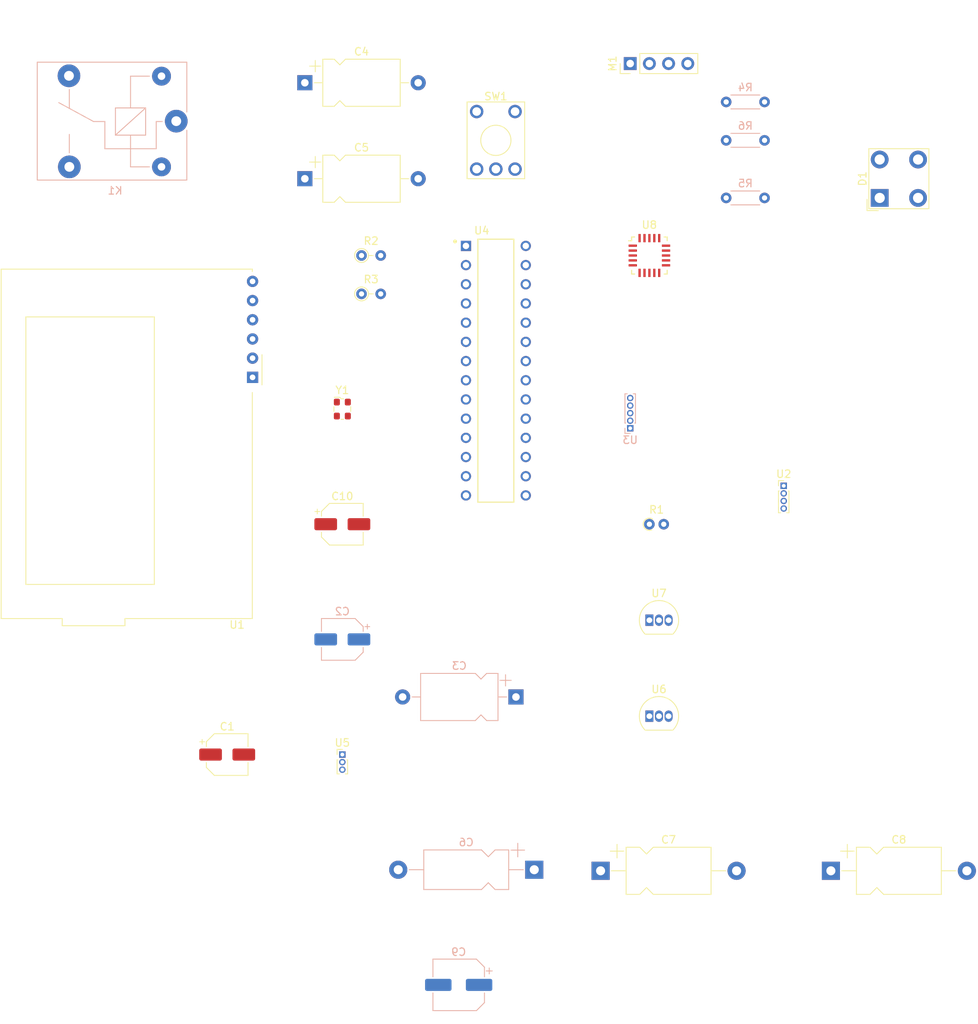
<source format=kicad_pcb>
(kicad_pcb (version 20211014) (generator pcbnew)
  (title_block (title "Keypad Door Lock PCB") (rev "1") (company "ECE 411 Team 5 Practicum"))
  (layers (0 "F.Cu" signal) (31 "B.Cu" signal) (34 "B.Paste" user) (35 "F.Paste" user) (36 "B.SilkS" user "B.Silkscreen") (37 "F.SilkS" user "F.Silkscreen") (38 "B.Mask" user) (39 "F.Mask" user) (44 "Edge.Cuts" user))
  (net 0 "")
  (net 1 "+5V")
  (net 2 "GND")
  (net 3 "Net-(K1-Pad5)")
  (net 4 "Net-(U1-Pad3)")
  (net 6 "Net-(U1-Pad5)")
  (net 7 "Net-(U1-Pad6)")
  (net 8 "Net-(R1-Pad2)")
  (net 9 "Net-(R2-Pad1)")
  (net 10 "Net-(R3-Pad1)")
  (net 11 "Net-(U4-Pad4)")
  (net 12 "Net-(U4-Pad5)")
  (net 13 "Net-(C2-Pad2)")
  (net 14 "Net-(C1-Pad2)")
  (net 16 "Net-(U2-Pad8)")
  (net 17 "Net-(U2-Pad7)")
  (net 18 "Net-(U2-Pad6)")
  (net 19 "Net-(U2-Pad5)")
  (net 20 "Net-(U2-Pad4)")
  (net 21 "Net-(U2-Pad3)")
  (net 22 "Net-(U2-Pad2)")
  (net 23 "Net-(U2-Pad1)")
  (net 24 "Net-(C3-Pad1)")
  (net 29 "VDD")
  (net 30 "Net-(D1-Pad2)")
  (net 31 "Net-(R2-Pad2)")
  (net 32 "Net-(R3-Pad2)")
  (net 33 "Net-(R4-Pad1)")
  (net 34 "Net-(R5-Pad1)")
  (net 35 "Net-(M1-Pad1)")
  (net 36 "Net-(M1-Pad2)")
  (net 37 "Net-(M1-Pad3)")
  (net 38 "Net-(M1-Pad4)")
  (footprint "Resistor_THT:R_Axial_DIN0204_L3.6mm_D1.6mm_P1.90mm_Vertical" (layer "F.Cu") (at 167.64 96.52)
    (fp_text reference "R1" (at 0.95 -1.92) (layer "F.SilkS"))
    (fp_text value "10K")
    (fp_arc (start 0.320095 0.749359) (mid -0.813042 -0.054435) (end 0.417133 -0.7) (layer "F.SilkS") (width 0.12))
    (pad "1" thru_hole circle (at 0 0) (size 1.4 1.4) (drill 0.7) (layers *.Cu *.Mask) (net 1 "+5V"))
    (pad "2" thru_hole oval (at 1.9 0) (size 1.4 1.4) (drill 0.7) (layers *.Cu *.Mask) (net 8 "Net-(R1-Pad2)"))
  )
  (footprint "KiCad Libraries:DIP794W46P254L2967H457Q28B" (layer "F.Cu") (at 147.32 76.2)
    (fp_text reference "U4" (at -1.867145 -18.540495) (layer "F.SilkS") (effects (font (size 1.000622 1.000622))))
    (fp_text value "ATMEGA328P-PU")
    (fp_line (start 2.38 17.4) (end -2.38 17.4) (layer "F.SilkS") (width 0.1524))
    (fp_line (start 2.38 17.4) (end 2.38 -17.4) (layer "F.SilkS") (width 0.1524))
    (fp_line (start 2.38 -17.4) (end -2.38 -17.4) (layer "F.SilkS") (width 0.1524))
    (fp_line (start -2.38 -17.4) (end -2.38 17.4) (layer "F.SilkS") (width 0.1524))
    (fp_circle (center -5.4 -17.1) (end -5.146 -17.1) (layer "F.SilkS") (width 0) (fill solid))
    (pad "1" thru_hole rect locked (at -3.96 -16.51) (size 1.358 1.358) (drill 0.85) (layers *.Cu *.Mask) (net 8 "Net-(R1-Pad2)"))
    (pad "2" thru_hole circle locked (at -3.96 -13.97) (size 1.358 1.358) (drill 0.85) (layers *.Cu *.Mask) (net 9 "Net-(R2-Pad1)"))
    (pad "3" thru_hole circle locked (at -3.96 -11.43) (size 1.358 1.358) (drill 0.85) (layers *.Cu *.Mask) (net 10 "Net-(R3-Pad1)"))
    (pad "4" thru_hole circle locked (at -3.96 -8.89) (size 1.358 1.358) (drill 0.85) (layers *.Cu *.Mask) (net 11 "Net-(U4-Pad4)"))
    (pad "5" thru_hole circle locked (at -3.96 -6.35) (size 1.358 1.358) (drill 0.85) (layers *.Cu *.Mask) (net 12 "Net-(U4-Pad5)"))
    (pad "6" thru_hole circle locked (at -3.96 -3.81) (size 1.358 1.358) (drill 0.85) (layers *.Cu *.Mask) (net 3 "Net-(K1-Pad5)"))
    (pad "7" thru_hole circle locked (at -3.96 -1.27) (size 1.358 1.358) (drill 0.85) (layers *.Cu *.Mask) (net 1 "+5V"))
    (pad "8" thru_hole circle locked (at -3.96 1.27) (size 1.358 1.358) (drill 0.85) (layers *.Cu *.Mask) (net 2 "GND"))
    (pad "9" thru_hole circle locked (at -3.96 3.81) (size 1.358 1.358) (drill 0.85) (layers *.Cu *.Mask) (net 13 "Net-(C2-Pad2)"))
    (pad "10" thru_hole circle locked (at -3.96 6.35) (size 1.358 1.358) (drill 0.85) (layers *.Cu *.Mask) (net 14 "Net-(C1-Pad2)"))
    (pad "11" thru_hole circle locked (at -3.96 8.89) (size 1.358 1.358) (drill 0.85) (layers *.Cu *.Mask))
    (pad "12" thru_hole circle locked (at -3.96 11.43) (size 1.358 1.358) (drill 0.85) (layers *.Cu *.Mask) (net 16 "Net-(U2-Pad8)"))
    (pad "13" thru_hole circle locked (at -3.96 13.97) (size 1.358 1.358) (drill 0.85) (layers *.Cu *.Mask) (net 17 "Net-(U2-Pad7)"))
    (pad "14" thru_hole circle locked (at -3.96 16.51) (size 1.358 1.358) (drill 0.85) (layers *.Cu *.Mask) (net 18 "Net-(U2-Pad6)"))
    (pad "15" thru_hole circle locked (at 3.96 16.51) (size 1.358 1.358) (drill 0.85) (layers *.Cu *.Mask) (net 19 "Net-(U2-Pad5)"))
    (pad "16" thru_hole circle locked (at 3.96 13.97) (size 1.358 1.358) (drill 0.85) (layers *.Cu *.Mask) (net 20 "Net-(U2-Pad4)"))
    (pad "17" thru_hole circle locked (at 3.96 11.43) (size 1.358 1.358) (drill 0.85) (layers *.Cu *.Mask) (net 21 "Net-(U2-Pad3)"))
    (pad "18" thru_hole circle locked (at 3.96 8.89) (size 1.358 1.358) (drill 0.85) (layers *.Cu *.Mask) (net 22 "Net-(U2-Pad2)"))
    (pad "19" thru_hole circle locked (at 3.96 6.35) (size 1.358 1.358) (drill 0.85) (layers *.Cu *.Mask) (net 23 "Net-(U2-Pad1)"))
    (pad "20" thru_hole circle locked (at 3.96 3.81) (size 1.358 1.358) (drill 0.85) (layers *.Cu *.Mask) (net 1 "+5V"))
    (pad "21" thru_hole circle locked (at 3.96 1.27) (size 1.358 1.358) (drill 0.85) (layers *.Cu *.Mask) (net 24 "Net-(C3-Pad1)"))
    (pad "22" thru_hole circle locked (at 3.96 -1.27) (size 1.358 1.358) (drill 0.85) (layers *.Cu *.Mask) (net 2 "GND"))
    (pad "23" thru_hole circle locked (at 3.96 -3.81) (size 1.358 1.358) (drill 0.85) (layers *.Cu *.Mask))
    (pad "24" thru_hole circle locked (at 3.96 -6.35) (size 1.358 1.358) (drill 0.85) (layers *.Cu *.Mask))
    (pad "25" thru_hole circle locked (at 3.96 -8.89) (size 1.358 1.358) (drill 0.85) (layers *.Cu *.Mask))
    (pad "26" thru_hole circle locked (at 3.96 -11.43) (size 1.358 1.358) (drill 0.85) (layers *.Cu *.Mask))
    (pad "27" thru_hole circle locked (at 3.96 -13.97) (size 1.358 1.358) (drill 0.85) (layers *.Cu *.Mask) (net 7 "Net-(U1-Pad6)"))
    (pad "28" thru_hole circle locked (at 3.96 -16.51) (size 1.358 1.358) (drill 0.85) (layers *.Cu *.Mask) (net 6 "Net-(U1-Pad5)"))
  )
  (footprint "Package_LGA:AMS_LGA-20_4.7x4.5mm_P0.65mm" (layer "F.Cu") (at 167.64 60.96)
    (fp_text reference "U8" (at 0 -4.05) (layer "F.SilkS"))
    (fp_text value "A4988_STEPPER_MOTOR_DRIVER_CARRIER")
    (fp_line (start -2.75 -1.95) (end -2.35 -1.95) (layer "F.SilkS") (width 0.15))
    (fp_line (start 2.35 -2.45) (end 2.35 -1.95) (layer "F.SilkS") (width 0.15))
    (fp_line (start -2.35 -2.45) (end -1.95 -2.45) (layer "F.SilkS") (width 0.15))
    (fp_line (start -2.35 -1.95) (end -2.35 -2.45) (layer "F.SilkS") (width 0.15))
    (fp_line (start 2.35 2.45) (end 2.35 1.95) (layer "F.SilkS") (width 0.15))
    (fp_line (start -1.95 2.45) (end -2.35 2.45) (layer "F.SilkS") (width 0.15))
    (fp_line (start 1.95 2.45) (end 2.35 2.45) (layer "F.SilkS") (width 0.15))
    (fp_line (start -2.35 2.45) (end -2.35 1.95) (layer "F.SilkS") (width 0.15))
    (fp_line (start 1.95 -2.45) (end 2.35 -2.45) (layer "F.SilkS") (width 0.15))
    (pad "1" smd rect (at -2.2 -1.3 90) (size 0.3 1.1) (layers "F.Cu" "F.Paste" "F.Mask"))
    (pad "2" smd rect (at -2.2 -0.65 90) (size 0.3 1.1) (layers "F.Cu" "F.Paste" "F.Mask"))
    (pad "3" smd rect (at -2.2 0 90) (size 0.3 1.1) (layers "F.Cu" "F.Paste" "F.Mask"))
    (pad "4" smd rect (at -2.2 0.65 90) (size 0.3 1.1) (layers "F.Cu" "F.Paste" "F.Mask"))
    (pad "5" smd rect (at -2.2 1.3 90) (size 0.3 1.1) (layers "F.Cu" "F.Paste" "F.Mask"))
    (pad "6" smd rect (at -1.3 2.3) (size 0.3 1.1) (layers "F.Cu" "F.Paste" "F.Mask"))
    (pad "7" smd rect (at -0.65 2.3) (size 0.3 1.1) (layers "F.Cu" "F.Paste" "F.Mask") (net 12 "Net-(U4-Pad5)"))
    (pad "8" smd rect (at 0 2.3) (size 0.3 1.1) (layers "F.Cu" "F.Paste" "F.Mask") (net 11 "Net-(U4-Pad4)"))
    (pad "9" smd rect (at 0.65 2.3) (size 0.3 1.1) (layers "F.Cu" "F.Paste" "F.Mask") (net 2 "GND"))
    (pad "10" smd rect (at 1.3 2.3) (size 0.3 1.1) (layers "F.Cu" "F.Paste" "F.Mask") (net 1 "+5V"))
    (pad "11" smd rect (at 2.2 1.3 90) (size 0.3 1.1) (layers "F.Cu" "F.Paste" "F.Mask") (net 36 "Net-(M1-Pad2)"))
    (pad "12" smd rect (at 2.2 0.65 90) (size 0.3 1.1) (layers "F.Cu" "F.Paste" "F.Mask") (net 35 "Net-(M1-Pad1)"))
    (pad "13" smd rect (at 2.2 0 90) (size 0.3 1.1) (layers "F.Cu" "F.Paste" "F.Mask") (net 37 "Net-(M1-Pad3)"))
    (pad "14" smd rect (at 2.2 -0.65 90) (size 0.3 1.1) (layers "F.Cu" "F.Paste" "F.Mask") (net 38 "Net-(M1-Pad4)"))
    (pad "15" smd rect (at 2.2 -1.3 90) (size 0.3 1.1) (layers "F.Cu" "F.Paste" "F.Mask") (net 2 "GND"))
    (pad "16" smd rect (at 1.3 -2.3) (size 0.3 1.1) (layers "F.Cu" "F.Paste" "F.Mask") (net 29 "VDD"))
    (pad "17" smd rect (at 0.65 -2.3) (size 0.3 1.1) (layers "F.Cu" "F.Paste" "F.Mask"))
    (pad "18" smd rect (at 0 -2.3) (size 0.3 1.1) (layers "F.Cu" "F.Paste" "F.Mask"))
    (pad "19" smd rect (at -0.65 -2.3) (size 0.3 1.1) (layers "F.Cu" "F.Paste" "F.Mask"))
    (pad "20" smd rect (at -1.3 -2.3) (size 0.3 1.1) (layers "F.Cu" "F.Paste" "F.Mask"))
  )
  (footprint "Package_TO_SOT_THT:TO-92_Inline" (layer "F.Cu") (at 167.64 109.22)
    (fp_text reference "U7" (at 1.27 -3.56) (layer "F.SilkS"))
    (fp_text value "L7805")
    (fp_line (start -0.53 1.85) (end 3.07 1.85) (layer "F.SilkS") (width 0.12))
    (fp_arc (start -0.568478 1.838478) (mid -1.132087 -0.994977) (end 1.27 -2.6) (layer "F.SilkS") (width 0.12))
    (fp_arc (start 1.27 -2.6) (mid 3.672087 -0.994977) (end 3.108478 1.838478) (layer "F.SilkS") (width 0.12))
    (pad "1" thru_hole rect (at 0 0) (size 1.05 1.5) (drill 0.75) (layers *.Cu *.Mask) (net 29 "VDD"))
    (pad "2" thru_hole oval (at 1.27 0) (size 1.05 1.5) (drill 0.75) (layers *.Cu *.Mask) (net 2 "GND"))
    (pad "3" thru_hole oval (at 2.54 0) (size 1.05 1.5) (drill 0.75) (layers *.Cu *.Mask) (net 34 "Net-(R5-Pad1)"))
  )
  (footprint "Connector_PinHeader_2.54mm:PinHeader_1x04_P2.54mm_Vertical" (layer "F.Cu") (at 165.1 35.56 90)
    (fp_text reference "M1" (at 0 -2.33 90) (layer "F.SilkS"))
    (fp_text value "Stepper_Motor_bipolar")
    (fp_line (start -1.33 -1.33) (end 0 -1.33) (layer "F.SilkS") (width 0.12))
    (fp_line (start -1.33 8.95) (end 1.33 8.95) (layer "F.SilkS") (width 0.12))
    (fp_line (start -1.33 1.27) (end 1.33 1.27) (layer "F.SilkS") (width 0.12))
    (fp_line (start -1.33 0) (end -1.33 -1.33) (layer "F.SilkS") (width 0.12))
    (fp_line (start -1.33 1.27) (end -1.33 8.95) (layer "F.SilkS") (width 0.12))
    (fp_line (start 1.33 1.27) (end 1.33 8.95) (layer "F.SilkS") (width 0.12))
    (pad "1" thru_hole rect (at 0 0 90) (size 1.7 1.7) (drill 1) (layers *.Cu *.Mask) (net 35 "Net-(M1-Pad1)"))
    (pad "2" thru_hole oval (at 0 2.54 90) (size 1.7 1.7) (drill 1) (layers *.Cu *.Mask) (net 36 "Net-(M1-Pad2)"))
    (pad "3" thru_hole oval (at 0 5.08 90) (size 1.7 1.7) (drill 1) (layers *.Cu *.Mask) (net 37 "Net-(M1-Pad3)"))
    (pad "4" thru_hole oval (at 0 7.62 90) (size 1.7 1.7) (drill 1) (layers *.Cu *.Mask) (net 38 "Net-(M1-Pad4)"))
  )
  (footprint "Connector_PinHeader_1.00mm:PinHeader_1x04_P1.00mm_Vertical" (layer "F.Cu") (at 185.42 91.44)
    (fp_text reference "U2" (at 0 -1.56) (layer "F.SilkS"))
    (fp_text value "Keypad")
    (fp_line (start -0.695 0.685) (end -0.695 3.56) (layer "F.SilkS") (width 0.12))
    (fp_line (start 0.695 0.685) (end 0.695 3.56) (layer "F.SilkS") (width 0.12))
    (fp_line (start -0.695 0) (end -0.695 -0.685) (layer "F.SilkS") (width 0.12))
    (fp_line (start 0.394493 3.56) (end 0.695 3.56) (layer "F.SilkS") (width 0.12))
    (fp_line (start -0.695 -0.685) (end 0 -0.685) (layer "F.SilkS") (width 0.12))
    (fp_line (start -0.695 3.56) (end -0.394493 3.56) (layer "F.SilkS") (width 0.12))
    (fp_line (start -0.695 0.685) (end -0.608276 0.685) (layer "F.SilkS") (width 0.12))
    (fp_line (start 0.608276 0.685) (end 0.695 0.685) (layer "F.SilkS") (width 0.12))
    (pad "1" thru_hole rect (at 0 0) (size 0.85 0.85) (drill 0.5) (layers *.Cu *.Mask) (net 23 "Net-(U2-Pad1)"))
    (pad "2" thru_hole oval (at 0 1) (size 0.85 0.85) (drill 0.5) (layers *.Cu *.Mask) (net 22 "Net-(U2-Pad2)"))
    (pad "3" thru_hole oval (at 0 2) (size 0.85 0.85) (drill 0.5) (layers *.Cu *.Mask) (net 21 "Net-(U2-Pad3)"))
    (pad "4" thru_hole oval (at 0 3) (size 0.85 0.85) (drill 0.5) (layers *.Cu *.Mask) (net 20 "Net-(U2-Pad4)"))
  )
  (footprint "Package_TO_SOT_THT:TO-92_Inline" (layer "F.Cu") (at 167.64 121.92)
    (fp_text reference "U6" (at 1.27 -3.56) (layer "F.SilkS"))
    (fp_text value "L7805")
    (fp_line (start -0.53 1.85) (end 3.07 1.85) (layer "F.SilkS") (width 0.12))
    (fp_arc (start 1.27 -2.6) (mid 3.672087 -0.994977) (end 3.108478 1.838478) (layer "F.SilkS") (width 0.12))
    (fp_arc (start -0.568478 1.838478) (mid -1.132087 -0.994977) (end 1.27 -2.6) (layer "F.SilkS") (width 0.12))
    (pad "1" thru_hole rect (at 0 0) (size 1.05 1.5) (drill 0.75) (layers *.Cu *.Mask) (net 29 "VDD"))
    (pad "2" thru_hole oval (at 1.27 0) (size 1.05 1.5) (drill 0.75) (layers *.Cu *.Mask) (net 2 "GND"))
    (pad "3" thru_hole oval (at 2.54 0) (size 1.05 1.5) (drill 0.75) (layers *.Cu *.Mask) (net 33 "Net-(R4-Pad1)"))
  )
  (footprint "Resistor_THT:R_Axial_DIN0204_L3.6mm_D1.6mm_P2.54mm_Vertical" (layer "F.Cu") (at 129.54 66.04)
    (fp_text reference "R3" (at 1.27 -1.92) (layer "F.SilkS"))
    (fp_text value "1K")
    (fp_line (start 0.92 0) (end 1.54 0) (layer "F.SilkS") (width 0.12))
    (fp_circle (center 0 0) (end 0.92 0) (layer "F.SilkS") (width 0.12) (fill none))
    (pad "1" thru_hole circle (at 0 0) (size 1.4 1.4) (drill 0.7) (layers *.Cu *.Mask) (net 10 "Net-(R3-Pad1)"))
    (pad "2" thru_hole oval (at 2.54 0) (size 1.4 1.4) (drill 0.7) (layers *.Cu *.Mask) (net 32 "Net-(R3-Pad2)"))
  )
  (footprint "Button_Switch_THT:KSA_Tactile_SPST" (layer "F.Cu") (at 144.78 41.91)
    (fp_text reference "SW1" (at 2.54 -2) (layer "F.SilkS"))
    (fp_text value "Reset")
    (fp_line (start -1.27 8.89) (end 6.35 8.89) (layer "F.SilkS") (width 0.12))
    (fp_line (start -1.27 -1.27) (end -1.27 8.89) (layer "F.SilkS") (width 0.12))
    (fp_line (start -1.27 -1.27) (end 6.35 -1.27) (layer "F.SilkS") (width 0.12))
    (fp_line (start 6.35 8.89) (end 6.35 -1.27) (layer "F.SilkS") (width 0.12))
    (fp_circle (center 2.54 3.81) (end 0.54 3.81) (layer "F.SilkS") (width 0.12) (fill none))
    (pad "1" thru_hole circle (at 0 0) (size 1.778 1.778) (drill 1.143) (layers *.Cu *.Mask) (net 2 "GND"))
    (pad "2" thru_hole circle (at 5.08 0) (size 1.778 1.778) (drill 1.143) (layers *.Cu *.Mask) (net 8 "Net-(R1-Pad2)"))
    (pad "3" thru_hole circle (at 5.08 7.62) (size 1.778 1.778) (drill 1.143) (layers *.Cu *.Mask))
    (pad "4" thru_hole circle (at 2.54 7.62) (size 1.778 1.778) (drill 1.143) (layers *.Cu *.Mask))
    (pad "5" thru_hole circle (at 0 7.62) (size 1.778 1.778) (drill 1.143) (layers *.Cu *.Mask))
  )
  (footprint "Capacitor_THT:CP_Axial_L10.0mm_D6.0mm_P15.00mm_Horizontal" (layer "F.Cu") (at 122.04 38.1)
    (fp_text reference "C4" (at 7.5 -4.12) (layer "F.SilkS"))
    (fp_text value "100n")
    (fp_line (start 4.63 -2.37) (end 5.38 -3.12) (layer "F.SilkS") (width 0.12))
    (fp_line (start 12.62 -3.12) (end 12.62 3.12) (layer "F.SilkS") (width 0.12))
    (fp_line (start 2.38 3.12) (end 3.88 3.12) (layer "F.SilkS") (width 0.12))
    (fp_line (start 3.88 -3.12) (end 4.63 -2.37) (layer "F.SilkS") (width 0.12))
    (fp_line (start 1.24 0) (end 2.38 0) (layer "F.SilkS") (width 0.12))
    (fp_line (start 13.76 0) (end 12.62 0) (layer "F.SilkS") (width 0.12))
    (fp_line (start 2.38 -3.12) (end 3.88 -3.12) (layer "F.SilkS") (width 0.12))
    (fp_line (start 5.38 -3.12) (end 12.62 -3.12) (layer "F.SilkS") (width 0.12))
    (fp_line (start 0.63 -2.2) (end 2.13 -2.2) (layer "F.SilkS") (width 0.12))
    (fp_line (start 4.63 2.37) (end 5.38 3.12) (layer "F.SilkS") (width 0.12))
    (fp_line (start 5.38 3.12) (end 12.62 3.12) (layer "F.SilkS") (width 0.12))
    (fp_line (start 2.38 -3.12) (end 2.38 3.12) (layer "F.SilkS") (width 0.12))
    (fp_line (start 1.38 -2.95) (end 1.38 -1.45) (layer "F.SilkS") (width 0.12))
    (fp_line (start 3.88 3.12) (end 4.63 2.37) (layer "F.SilkS") (width 0.12))
    (pad "1" thru_hole rect (at 0 0) (size 2 2) (drill 1) (layers *.Cu *.Mask) (net 1 "+5V"))
    (pad "2" thru_hole oval (at 15 0) (size 2 2) (drill 1) (layers *.Cu *.Mask) (net 2 "GND"))
  )
  (footprint "Display:EA_T123X-I2C" (layer "F.Cu") (at 115.1175 77.085 180)
    (fp_text reference "U1" (at 2.05 -32.75) (layer "F.SilkS"))
    (fp_text value "EA_T123X-I2C")
    (fp_line (start 33.27 14.32) (end 0.03 14.32) (layer "F.SilkS") (width 0.12))
    (fp_line (start 13 8) (end 30 8) (layer "F.SilkS") (width 0.12))
    (fp_line (start 0.03 14.32) (end 0.03 14) (layer "F.SilkS") (width 0.12))
    (fp_line (start 16.89 -32.87) (end 16.89 -31.94) (layer "F.SilkS") (width 0.12))
    (fp_line (start 13 -27.4) (end 30 -27.4) (layer "F.SilkS") (width 0.12))
    (fp_line (start 33.27 -31.92) (end 33.27 14.32) (layer "F.SilkS") (width 0.12))
    (fp_line (start -1.25 -1) (end -1.25 3) (layer "F.SilkS") (width 0.12))
    (fp_line (start 0.03 -31.92) (end 16.89 -31.92) (layer "F.SilkS") (width 0.12))
    (fp_line (start 25.19 -31.92) (end 33.27 -31.92) (layer "F.SilkS") (width 0.12))
    (fp_line (start 25.19 -31.93) (end 25.19 -32.87) (layer "F.SilkS") (width 0.12))
    (fp_line (start 25.19 -32.87) (end 16.89 -32.87) (layer "F.SilkS") (width 0.12))
    (fp_line (start 0.03 -31.92) (end 0.03 -2) (layer "F.SilkS") (width 0.12))
    (fp_line (start 30 -27.4) (end 30 8) (layer "F.SilkS") (width 0.12))
    (fp_line (start 13 8) (end 13 -27.4) (layer "F.SilkS") (width 0.12))
    (pad "1" thru_hole rect (at 0 0 180) (size 1.5 1.5) (drill 0.75) (layers *.Cu *.Mask) (net 2 "GND"))
    (pad "2" thru_hole circle (at 0 2.54 180) (size 1.5 1.5) (drill 0.75) (layers *.Cu *.Mask) (net 1 "+5V"))
    (pad "3" thru_hole circle (at 0 5.08 180) (size 1.5 1.5) (drill 0.75) (layers *.Cu *.Mask) (net 4 "Net-(U1-Pad3)"))
    (pad "4" thru_hole circle (at 0 7.62 180) (size 1.5 1.5) (drill 0.75) (layers *.Cu *.Mask))
    (pad "5" thru_hole circle (at 0 10.16 180) (size 1.5 1.5) (drill 0.75) (layers *.Cu *.Mask) (net 6 "Net-(U1-Pad5)"))
    (pad "6" thru_hole circle (at 0 12.7 180) (size 1.5 1.5) (drill 0.75) (layers *.Cu *.Mask) (net 7 "Net-(U1-Pad6)"))
  )
  (footprint "Capacitor_THT:CP_Axial_L10.0mm_D6.0mm_P15.00mm_Horizontal" (layer "F.Cu") (at 122.04 50.8)
    (fp_text reference "C5" (at 7.5 -4.12) (layer "F.SilkS"))
    (fp_text value "100n")
    (fp_line (start 12.62 -3.12) (end 12.62 3.12) (layer "F.SilkS") (width 0.12))
    (fp_line (start 4.63 -2.37) (end 5.38 -3.12) (layer "F.SilkS") (width 0.12))
    (fp_line (start 2.38 -3.12) (end 2.38 3.12) (layer "F.SilkS") (width 0.12))
    (fp_line (start 1.24 0) (end 2.38 0) (layer "F.SilkS") (width 0.12))
    (fp_line (start 13.76 0) (end 12.62 0) (layer "F.SilkS") (width 0.12))
    (fp_line (start 5.38 -3.12) (end 12.62 -3.12) (layer "F.SilkS") (width 0.12))
    (fp_line (start 2.38 3.12) (end 3.88 3.12) (layer "F.SilkS") (width 0.12))
    (fp_line (start 1.38 -2.95) (end 1.38 -1.45) (layer "F.SilkS") (width 0.12))
    (fp_line (start 4.63 2.37) (end 5.38 3.12) (layer "F.SilkS") (width 0.12))
    (fp_line (start 3.88 3.12) (end 4.63 2.37) (layer "F.SilkS") (width 0.12))
    (fp_line (start 2.38 -3.12) (end 3.88 -3.12) (layer "F.SilkS") (width 0.12))
    (fp_line (start 5.38 3.12) (end 12.62 3.12) (layer "F.SilkS") (width 0.12))
    (fp_line (start 0.63 -2.2) (end 2.13 -2.2) (layer "F.SilkS") (width 0.12))
    (fp_line (start 3.88 -3.12) (end 4.63 -2.37) (layer "F.SilkS") (width 0.12))
    (pad "1" thru_hole rect (at 0 0) (size 2 2) (drill 1) (layers *.Cu *.Mask) (net 1 "+5V"))
    (pad "2" thru_hole oval (at 15 0) (size 2 2) (drill 1) (layers *.Cu *.Mask) (net 2 "GND"))
  )
  (footprint "Oscillator:Oscillator_SMD_ECS_2520MV-xxx-xx-4Pin_2.5x2.0mm" (layer "F.Cu") (at 127 81.28)
    (fp_text reference "Y1" (at 0 -2.5) (layer "F.SilkS"))
    (fp_text value "Crystal")
    (fp_line (start -1.11 0.32) (end -1.11 -0.32) (layer "F.SilkS") (width 0.12))
    (fp_line (start -0.38 -1.56) (end -1.07 -1.56) (layer "F.SilkS") (width 0.12))
    (fp_line (start -0.17 1.36) (end 0.17 1.36) (layer "F.SilkS") (width 0.12))
    (fp_line (start -0.16 -1.36) (end 0.17 -1.36) (layer "F.SilkS") (width 0.12))
    (fp_line (start 1.11 0.32) (end 1.11 -0.32) (layer "F.SilkS") (width 0.12))
    (fp_arc (start -0.38 -1.56) (mid -0.246393 -1.485967) (end -0.16 -1.36) (layer "F.SilkS") (width 0.12))
    (pad "1" smd roundrect (at -0.725 -0.925) (size 0.8 0.9) (layers "F.Cu" "F.Paste" "F.Mask") (net 13 "Net-(C2-Pad2)"))
    (pad "2" smd roundrect (at -0.725 0.925) (size 0.8 0.9) (layers "F.Cu" "F.Paste" "F.Mask") (net 14 "Net-(C1-Pad2)"))
    (pad "3" smd roundrect (at 0.725 0.925) (size 0.8 0.9) (layers "F.Cu" "F.Paste" "F.Mask"))
    (pad "4" smd roundrect (at 0.725 -0.925) (size 0.8 0.9) (layers "F.Cu" "F.Paste" "F.Mask"))
  )
  (footprint "LED_THT:LED_BL-FL7680RGB" (layer "F.Cu") (at 198.12 53.34 90)
    (fp_text reference "D1" (at 2.54 -2.27 90) (layer "F.SilkS"))
    (fp_text value "LED")
    (fp_line (start -1.435 -1.435) (end -1.435 6.515) (layer "F.SilkS") (width 0.12))
    (fp_line (start -1.675 -0.185) (end -1.675 -1.675) (layer "F.SilkS") (width 0.12))
    (fp_line (start 6.515 -1.435) (end -1.435 -1.435) (layer "F.SilkS") (width 0.12))
    (fp_line (start -1.675 -1.675) (end -0.185 -1.675) (layer "F.SilkS") (width 0.12))
    (fp_line (start 6.515 6.515) (end 6.515 -1.435) (layer "F.SilkS") (width 0.12))
    (fp_line (start -1.435 6.515) (end 6.515 6.515) (layer "F.SilkS") (width 0.12))
    (pad "1" thru_hole rect (at 0 0 90) (size 2.35 2.35) (drill 1.35) (layers *.Cu *.Mask) (net 2 "GND"))
    (pad "2" thru_hole circle (at 0 5.08 90) (size 2.35 2.35) (drill 1.35) (layers *.Cu *.Mask) (net 30 "Net-(D1-Pad2)"))
    (pad "3" thru_hole circle (at 5.08 5.08 90) (size 2.35 2.35) (drill 1.35) (layers *.Cu *.Mask))
    (pad "4" thru_hole circle (at 5.08 0 90) (size 2.35 2.35) (drill 1.35) (layers *.Cu *.Mask))
  )
  (footprint "Capacitor_SMD:CP_Elec_5x4.5" (layer "F.Cu") (at 111.76 127)
    (fp_text reference "C1" (at 0 -3.7) (layer "F.SilkS"))
    (fp_text value "30p")
    (fp_line (start -1.695563 2.76) (end 2.76 2.76) (layer "F.SilkS") (width 0.12))
    (fp_line (start -2.76 -1.695563) (end -2.76 -1.06) (layer "F.SilkS") (width 0.12))
    (fp_line (start -3.625 -1.685) (end -3 -1.685) (layer "F.SilkS") (width 0.12))
    (fp_line (start 2.76 2.76) (end 2.76 1.06) (layer "F.SilkS") (width 0.12))
    (fp_line (start -1.695563 -2.76) (end 2.76 -2.76) (layer "F.SilkS") (width 0.12))
    (fp_line (start -2.76 1.695563) (end -1.695563 2.76) (layer "F.SilkS") (width 0.12))
    (fp_line (start -3.3125 -1.9975) (end -3.3125 -1.3725) (layer "F.SilkS") (width 0.12))
    (fp_line (start 2.76 -2.76) (end 2.76 -1.06) (layer "F.SilkS") (width 0.12))
    (fp_line (start -2.76 1.695563) (end -2.76 1.06) (layer "F.SilkS") (width 0.12))
    (fp_line (start -2.76 -1.695563) (end -1.695563 -2.76) (layer "F.SilkS") (width 0.12))
    (pad "1" smd roundrect (at -2.2 0) (size 3 1.6) (layers "F.Cu" "F.Paste" "F.Mask") (roundrect_rratio 0.15625) (net 2 "GND"))
    (pad "2" smd roundrect (at 2.2 0) (size 3 1.6) (layers "F.Cu" "F.Paste" "F.Mask") (roundrect_rratio 0.15625) (net 14 "Net-(C1-Pad2)"))
  )
  (footprint "Resistor_THT:R_Axial_DIN0204_L3.6mm_D1.6mm_P2.54mm_Vertical" (layer "F.Cu") (at 129.54 60.96)
    (fp_text reference "R2" (at 1.27 -1.92) (layer "F.SilkS"))
    (fp_text value "1K")
    (fp_line (start 0.92 0) (end 1.54 0) (layer "F.SilkS") (width 0.12))
    (fp_circle (center 0 0) (end 0.92 0) (layer "F.SilkS") (width 0.12) (fill none))
    (pad "1" thru_hole circle (at 0 0) (size 1.4 1.4) (drill 0.7) (layers *.Cu *.Mask) (net 9 "Net-(R2-Pad1)"))
    (pad "2" thru_hole oval (at 2.54 0) (size 1.4 1.4) (drill 0.7) (layers *.Cu *.Mask) (net 31 "Net-(R2-Pad2)"))
  )
  (footprint "Capacitor_THT:CP_Axial_L11.0mm_D6.0mm_P18.00mm_Horizontal" (layer "F.Cu") (at 191.66 142.3825)
    (fp_text reference "C8" (at 9 -4.12) (layer "F.SilkS"))
    (fp_text value "0.1u")
    (fp_line (start 6.98 -3.12) (end 14.62 -3.12) (layer "F.SilkS") (width 0.12))
    (fp_line (start 16.56 0) (end 14.62 0) (layer "F.SilkS") (width 0.12))
    (fp_line (start 3.38 -3.12) (end 5.18 -3.12) (layer "F.SilkS") (width 0.12))
    (fp_line (start 3.38 -3.12) (end 3.38 3.12) (layer "F.SilkS") (width 0.12))
    (fp_line (start 6.98 3.12) (end 14.62 3.12) (layer "F.SilkS") (width 0.12))
    (fp_line (start 14.62 -3.12) (end 14.62 3.12) (layer "F.SilkS") (width 0.12))
    (fp_line (start 3.38 3.12) (end 5.18 3.12) (layer "F.SilkS") (width 0.12))
    (fp_line (start 2.18 -3.5) (end 2.18 -1.7) (layer "F.SilkS") (width 0.12))
    (fp_line (start 1.44 0) (end 3.38 0) (layer "F.SilkS") (width 0.12))
    (fp_line (start 5.18 3.12) (end 6.08 2.22) (layer "F.SilkS") (width 0.12))
    (fp_line (start 6.08 -2.22) (end 6.98 -3.12) (layer "F.SilkS") (width 0.12))
    (fp_line (start 6.08 2.22) (end 6.98 3.12) (layer "F.SilkS") (width 0.12))
    (fp_line (start 5.18 -3.12) (end 6.08 -2.22) (layer "F.SilkS") (width 0.12))
    (fp_line (start 1.28 -2.6) (end 3.08 -2.6) (layer "F.SilkS") (width 0.12))
    (pad "1" thru_hole rect (at 0 0) (size 2.4 2.4) (drill 1.2) (layers *.Cu *.Mask) (net 1 "+5V"))
    (pad "2" thru_hole oval (at 18 0) (size 2.4 2.4) (drill 1.2) (layers *.Cu *.Mask) (net 2 "GND"))
  )
  (footprint "Capacitor_THT:CP_Axial_L11.0mm_D6.0mm_P18.00mm_Horizontal" (layer "F.Cu") (at 161.18 142.3825)
    (fp_text reference "C7" (at 9 -4.12) (layer "F.SilkS"))
    (fp_text value "0.1u")
    (fp_line (start 2.18 -3.5) (end 2.18 -1.7) (layer "F.SilkS") (width 0.12))
    (fp_line (start 3.38 -3.12) (end 3.38 3.12) (layer "F.SilkS") (width 0.12))
    (fp_line (start 3.38 3.12) (end 5.18 3.12) (layer "F.SilkS") (width 0.12))
    (fp_line (start 3.38 -3.12) (end 5.18 -3.12) (layer "F.SilkS") (width 0.12))
    (fp_line (start 5.18 3.12) (end 6.08 2.22) (layer "F.SilkS") (width 0.12))
    (fp_line (start 14.62 -3.12) (end 14.62 3.12) (layer "F.SilkS") (width 0.12))
    (fp_line (start 5.18 -3.12) (end 6.08 -2.22) (layer "F.SilkS") (width 0.12))
    (fp_line (start 6.08 -2.22) (end 6.98 -3.12) (layer "F.SilkS") (width 0.12))
    (fp_line (start 16.56 0) (end 14.62 0) (layer "F.SilkS") (width 0.12))
    (fp_line (start 6.98 -3.12) (end 14.62 -3.12) (layer "F.SilkS") (width 0.12))
    (fp_line (start 1.28 -2.6) (end 3.08 -2.6) (layer "F.SilkS") (width 0.12))
    (fp_line (start 6.98 3.12) (end 14.62 3.12) (layer "F.SilkS") (width 0.12))
    (fp_line (start 1.44 0) (end 3.38 0) (layer "F.SilkS") (width 0.12))
    (fp_line (start 6.08 2.22) (end 6.98 3.12) (layer "F.SilkS") (width 0.12))
    (pad "1" thru_hole rect (at 0 0) (size 2.4 2.4) (drill 1.2) (layers *.Cu *.Mask) (net 29 "VDD"))
    (pad "2" thru_hole oval (at 18 0) (size 2.4 2.4) (drill 1.2) (layers *.Cu *.Mask) (net 2 "GND"))
  )
  (footprint "Capacitor_SMD:CP_Elec_5x5.8" (layer "F.Cu") (at 127 96.52)
    (fp_text reference "C10" (at 0 -3.7) (layer "F.SilkS"))
    (fp_text value "22u")
    (fp_line (start -1.695563 -2.76) (end 2.76 -2.76) (layer "F.SilkS") (width 0.12))
    (fp_line (start -3.625 -1.685) (end -3 -1.685) (layer "F.SilkS") (width 0.12))
    (fp_line (start -2.76 1.695563) (end -1.695563 2.76) (layer "F.SilkS") (width 0.12))
    (fp_line (start -2.76 1.695563) (end -2.76 1.06) (layer "F.SilkS") (width 0.12))
    (fp_line (start -2.76 -1.695563) (end -1.695563 -2.76) (layer "F.SilkS") (width 0.12))
    (fp_line (start 2.76 -2.76) (end 2.76 -1.06) (layer "F.SilkS") (width 0.12))
    (fp_line (start -2.76 -1.695563) (end -2.76 -1.06) (layer "F.SilkS") (width 0.12))
    (fp_line (start -1.695563 2.76) (end 2.76 2.76) (layer "F.SilkS") (width 0.12))
    (fp_line (start -3.3125 -1.9975) (end -3.3125 -1.3725) (layer "F.SilkS") (width 0.12))
    (fp_line (start 2.76 2.76) (end 2.76 1.06) (layer "F.SilkS") (width 0.12))
    (pad "1" smd roundrect (at -2.2 0) (size 3 1.6) (layers "F.Cu" "F.Paste" "F.Mask") (roundrect_rratio 0.15625) (net 1 "+5V"))
    (pad "2" smd roundrect (at 2.2 0) (size 3 1.6) (layers "F.Cu" "F.Paste" "F.Mask") (roundrect_rratio 0.15625) (net 2 "GND"))
  )
  (footprint "Connector_PinHeader_1.00mm:PinHeader_1x03_P1.00mm_Vertical" (layer "F.Cu") (at 127 127)
    (fp_text reference "U5" (at 0 -1.56) (layer "F.SilkS"))
    (fp_text value "FTDI_TTL")
    (fp_line (start 0.695 0.685) (end 0.695 2.56) (layer "F.SilkS") (width 0.12))
    (fp_line (start -0.695 0.685) (end -0.695 2.56) (layer "F.SilkS") (width 0.12))
    (fp_line (start -0.695 0) (end -0.695 -0.685) (layer "F.SilkS") (width 0.12))
    (fp_line (start 0.394493 2.56) (end 0.695 2.56) (layer "F.SilkS") (width 0.12))
    (fp_line (start -0.695 -0.685) (end 0 -0.685) (layer "F.SilkS") (width 0.12))
    (fp_line (start -0.695 2.56) (end -0.394493 2.56) (layer "F.SilkS") (width 0.12))
    (fp_line (start 0.608276 0.685) (end 0.695 0.685) (layer "F.SilkS") (width 0.12))
    (fp_line (start -0.695 0.685) (end -0.608276 0.685) (layer "F.SilkS") (width 0.12))
    (pad "1" thru_hole rect (at 0 0) (size 0.85 0.85) (drill 0.5) (layers *.Cu *.Mask) (net 2 "GND"))
    (pad "2" thru_hole oval (at 0 1) (size 0.85 0.85) (drill 0.5) (layers *.Cu *.Mask))
    (pad "3" thru_hole oval (at 0 2) (size 0.85 0.85) (drill 0.5) (layers *.Cu *.Mask))
  )
  (footprint "Capacitor_THT:CP_Axial_L10.0mm_D6.0mm_P15.00mm_Horizontal" (layer "B.Cu") (at 149.98 119.38 180)
    (fp_text reference "C3" (at 7.5 4.12) (layer "B.SilkS") (effects (justify mirror)))
    (fp_text value "100n")
    (fp_line (start 3.88 -3.12) (end 4.63 -2.37) (layer "B.SilkS") (width 0.12))
    (fp_line (start 12.62 3.12) (end 12.62 -3.12) (layer "B.SilkS") (width 0.12))
    (fp_line (start 4.63 2.37) (end 5.38 3.12) (layer "B.SilkS") (width 0.12))
    (fp_line (start 5.38 -3.12) (end 12.62 -3.12) (layer "B.SilkS") (width 0.12))
    (fp_line (start 0.63 2.2) (end 2.13 2.2) (layer "B.SilkS") (width 0.12))
    (fp_line (start 2.38 3.12) (end 3.88 3.12) (layer "B.SilkS") (width 0.12))
    (fp_line (start 3.88 3.12) (end 4.63 2.37) (layer "B.SilkS") (width 0.12))
    (fp_line (start 2.38 -3.12) (end 3.88 -3.12) (layer "B.SilkS") (width 0.12))
    (fp_line (start 13.76 0) (end 12.62 0) (layer "B.SilkS") (width 0.12))
    (fp_line (start 4.63 -2.37) (end 5.38 -3.12) (layer "B.SilkS") (width 0.12))
    (fp_line (start 5.38 3.12) (end 12.62 3.12) (layer "B.SilkS") (width 0.12))
    (fp_line (start 2.38 3.12) (end 2.38 -3.12) (layer "B.SilkS") (width 0.12))
    (fp_line (start 1.24 0) (end 2.38 0) (layer "B.SilkS") (width 0.12))
    (fp_line (start 1.38 2.95) (end 1.38 1.45) (layer "B.SilkS") (width 0.12))
    (pad "1" thru_hole rect (at 0 0 180) (size 2 2) (drill 1) (layers *.Cu *.Mask) (net 24 "Net-(C3-Pad1)"))
    (pad "2" thru_hole oval (at 15 0 180) (size 2 2) (drill 1) (layers *.Cu *.Mask) (net 2 "GND"))
  )
  (footprint "Resistor_THT:R_Axial_DIN0204_L3.6mm_D1.6mm_P5.08mm_Horizontal" (layer "B.Cu") (at 182.88 53.34 180)
    (fp_text reference "R5" (at 2.54 1.92) (layer "B.SilkS") (effects (justify mirror)))
    (fp_text value "0.5")
    (fp_line (start 0.62 -0.92) (end 4.46 -0.92) (layer "B.SilkS") (width 0.12))
    (fp_line (start 0.62 0.92) (end 4.46 0.92) (layer "B.SilkS") (width 0.12))
    (pad "1" thru_hole circle (at 0 0 180) (size 1.4 1.4) (drill 0.7) (layers *.Cu *.Mask) (net 34 "Net-(R5-Pad1)"))
    (pad "2" thru_hole oval (at 5.08 0 180) (size 1.4 1.4) (drill 0.7) (layers *.Cu *.Mask) (net 1 "+5V"))
  )
  (footprint "Relay_THT:Relay_SPDT_SANYOU_SRD_Series_Form_C" (layer "B.Cu") (at 105.02 43.18 180)
    (fp_text reference "K1" (at 8.1 -9.2) (layer "B.SilkS") (effects (justify mirror)))
    (fp_text value "SANYOU_SRD_Form_C")
    (fp_line (start -1.4 7.8) (end -1.4 1.2) (layer "B.SilkS") (width 0.12))
    (fp_line (start 10.95 -0.05) (end 15.55 2.45) (layer "B.SilkS") (width 0.12))
    (fp_line (start 2.65 -0.05) (end 2.65 -3.65) (layer "B.SilkS") (width 0.12))
    (fp_line (start 9.45 -0.05) (end 10.95 -0.05) (layer "B.SilkS") (width 0.12))
    (fp_line (start 18.4 7.8) (end 18.4 -7.8) (layer "B.SilkS") (width 0.12))
    (fp_line (start 8.05 -1.85) (end 4.05 1.75) (layer "B.SilkS") (width 0.12))
    (fp_line (start 9.45 -0.05) (end 9.45 -3.65) (layer "B.SilkS") (width 0.12))
    (fp_line (start 4.05 -1.85) (end 4.05 1.75) (layer "B.SilkS") (width 0.12))
    (fp_line (start 18.4 -7.8) (end -1.4 -7.8) (layer "B.SilkS") (width 0.12))
    (fp_line (start 8.05 1.75) (end 8.05 -1.85) (layer "B.SilkS") (width 0.12))
    (fp_line (start 6.05 -1.85) (end 6.05 -6.05) (layer "B.SilkS") (width 0.12))
    (fp_line (start 8.05 -1.85) (end 4.05 -1.85) (layer "B.SilkS") (width 0.12))
    (fp_line (start 6.05 5.95) (end 6.05 1.75) (layer "B.SilkS") (width 0.12))
    (fp_line (start 6.05 5.95) (end 3.55 5.95) (layer "B.SilkS") (width 0.12))
    (fp_line (start 14.15 4.2) (end 14.15 1.7) (layer "B.SilkS") (width 0.12))
    (fp_line (start 9.45 -3.65) (end 2.65 -3.65) (layer "B.SilkS") (width 0.12))
    (fp_line (start 14.15 -4.2) (end 14.15 -1.75) (layer "B.SilkS") (width 0.12))
    (fp_line (start 2.65 -0.05) (end 1.85 -0.05) (layer "B.SilkS") (width 0.12))
    (fp_line (start 4.05 1.75) (end 8.05 1.75) (layer "B.SilkS") (width 0.12))
    (fp_line (start 3.55 -6.05) (end 6.05 -6.05) (layer "B.SilkS") (width 0.12))
    (fp_line (start -1.4 -1.2) (end -1.4 -7.8) (layer "B.SilkS") (width 0.12))
    (fp_line (start -1.4 7.8) (end 18.4 7.8) (layer "B.SilkS") (width 0.12))
    (pad "1" thru_hole circle (at 0 0 90) (size 3 3) (drill 1.3) (layers *.Cu *.Mask) (net 1 "+5V"))
    (pad "2" thru_hole circle (at 1.95 -6.05 90) (size 2.5 2.5) (drill 1) (layers *.Cu *.Mask) (net 1 "+5V"))
    (pad "3" thru_hole circle (at 14.15 -6.05 90) (size 3 3) (drill 1.3) (layers *.Cu *.Mask) (net 2 "GND"))
    (pad "4" thru_hole circle (at 14.2 6 90) (size 3 3) (drill 1.3) (layers *.Cu *.Mask) (net 2 "GND"))
    (pad "5" thru_hole circle (at 1.95 5.95 90) (size 2.5 2.5) (drill 1) (layers *.Cu *.Mask) (net 3 "Net-(K1-Pad5)"))
  )
  (footprint "Connector_PinHeader_1.00mm:PinHeader_1x05_P1.00mm_Vertical" (layer "B.Cu") (at 165.1 83.82)
    (fp_text reference "U3" (at 0 1.56) (layer "B.SilkS") (effects (justify mirror)))
    (fp_text value "ICSP")
    (fp_line (start -0.695 -4.56) (end -0.394493 -4.56) (layer "B.SilkS") (width 0.12))
    (fp_line (start -0.695 -0.685) (end -0.608276 -0.685) (layer "B.SilkS") (width 0.12))
    (fp_line (start 0.608276 -0.685) (end 0.695 -0.685) (layer "B.SilkS") (width 0.12))
    (fp_line (start 0.394493 -4.56) (end 0.695 -4.56) (layer "B.SilkS") (width 0.12))
    (fp_line (start -0.695 0) (end -0.695 0.685) (layer "B.SilkS") (width 0.12))
    (fp_line (start 0.695 -0.685) (end 0.695 -4.56) (layer "B.SilkS") (width 0.12))
    (fp_line (start -0.695 -0.685) (end -0.695 -4.56) (layer "B.SilkS") (width 0.12))
    (fp_line (start -0.695 0.685) (end 0 0.685) (layer "B.SilkS") (width 0.12))
    (pad "1" thru_hole rect (at 0 0) (size 0.85 0.85) (drill 0.5) (layers *.Cu *.Mask) (net 22 "Net-(U2-Pad2)"))
    (pad "2" thru_hole oval (at 0 -1) (size 0.85 0.85) (drill 0.5) (layers *.Cu *.Mask) (net 1 "+5V"))
    (pad "3" thru_hole oval (at 0 -2) (size 0.85 0.85) (drill 0.5) (layers *.Cu *.Mask) (net 23 "Net-(U2-Pad1)"))
    (pad "4" thru_hole oval (at 0 -3) (size 0.85 0.85) (drill 0.5) (layers *.Cu *.Mask) (net 21 "Net-(U2-Pad3)"))
    (pad "5" thru_hole oval (at 0 -4) (size 0.85 0.85) (drill 0.5) (layers *.Cu *.Mask) (net 8 "Net-(R1-Pad2)"))
  )
  (footprint "Capacitor_SMD:CP_Elec_5x4.5" (layer "B.Cu") (at 127 111.76 180)
    (fp_text reference "C2" (at 0 3.7) (layer "B.SilkS") (effects (justify mirror)))
    (fp_text value "30p")
    (fp_line (start -3.625 1.685) (end -3 1.685) (layer "B.SilkS") (width 0.12))
    (fp_line (start -2.76 1.695563) (end -2.76 1.06) (layer "B.SilkS") (width 0.12))
    (fp_line (start -2.76 1.695563) (end -1.695563 2.76) (layer "B.SilkS") (width 0.12))
    (fp_line (start -1.695563 2.76) (end 2.76 2.76) (layer "B.SilkS") (width 0.12))
    (fp_line (start -1.695563 -2.76) (end 2.76 -2.76) (layer "B.SilkS") (width 0.12))
    (fp_line (start -3.3125 1.9975) (end -3.3125 1.3725) (layer "B.SilkS") (width 0.12))
    (fp_line (start 2.76 -2.76) (end 2.76 -1.06) (layer "B.SilkS") (width 0.12))
    (fp_line (start -2.76 -1.695563) (end -2.76 -1.06) (layer "B.SilkS") (width 0.12))
    (fp_line (start -2.76 -1.695563) (end -1.695563 -2.76) (layer "B.SilkS") (width 0.12))
    (fp_line (start 2.76 2.76) (end 2.76 1.06) (layer "B.SilkS") (width 0.12))
    (pad "1" smd roundrect (at -2.2 0 180) (size 3 1.6) (layers "B.Cu" "B.Paste" "B.Mask") (roundrect_rratio 0.15625) (net 2 "GND"))
    (pad "2" smd roundrect (at 2.2 0 180) (size 3 1.6) (layers "B.Cu" "B.Paste" "B.Mask") (roundrect_rratio 0.15625) (net 13 "Net-(C2-Pad2)"))
  )
  (footprint "Resistor_THT:R_Axial_DIN0204_L3.6mm_D1.6mm_P5.08mm_Horizontal" (layer "B.Cu") (at 182.88 45.72 180)
    (fp_text reference "R6" (at 2.54 1.92) (layer "B.SilkS") (effects (justify mirror)))
    (fp_text value "0.5")
    (fp_line (start 0.62 0.92) (end 4.46 0.92) (layer "B.SilkS") (width 0.12))
    (fp_line (start 0.62 -0.92) (end 4.46 -0.92) (layer "B.SilkS") (width 0.12))
    (pad "1" thru_hole circle (at 0 0 180) (size 1.4 1.4) (drill 0.7) (layers *.Cu *.Mask) (net 30 "Net-(D1-Pad2)"))
    (pad "2" thru_hole oval (at 5.08 0 180) (size 1.4 1.4) (drill 0.7) (layers *.Cu *.Mask) (net 1 "+5V"))
  )
  (footprint "Capacitor_SMD:CP_Elec_6.3x3.9" (layer "B.Cu") (at 142.4 157.48 180)
    (fp_text reference "C9" (at 0 4.35) (layer "B.SilkS") (effects (justify mirror)))
    (fp_text value "100n")
    (fp_line (start -3.41 2.345563) (end -2.345563 3.41) (layer "B.SilkS") (width 0.12))
    (fp_line (start 3.41 3.41) (end 3.41 1.06) (layer "B.SilkS") (width 0.12))
    (fp_line (start -4.04375 2.24125) (end -4.04375 1.45375) (layer "B.SilkS") (width 0.12))
    (fp_line (start -3.41 2.345563) (end -3.41 1.06) (layer "B.SilkS") (width 0.12))
    (fp_line (start -2.345563 -3.41) (end 3.41 -3.41) (layer "B.SilkS") (width 0.12))
    (fp_line (start -3.41 -2.345563) (end -3.41 -1.06) (layer "B.SilkS") (width 0.12))
    (fp_line (start 3.41 -3.41) (end 3.41 -1.06) (layer "B.SilkS") (width 0.12))
    (fp_line (start -3.41 -2.345563) (end -2.345563 -3.41) (layer "B.SilkS") (width 0.12))
    (fp_line (start -2.345563 3.41) (end 3.41 3.41) (layer "B.SilkS") (width 0.12))
    (fp_line (start -4.4375 1.8475) (end -3.65 1.8475) (layer "B.SilkS") (width 0.12))
    (pad "1" smd roundrect (at -2.7 0 180) (size 3.5 1.6) (layers "B.Cu" "B.Paste" "B.Mask") (roundrect_rratio 0.15625) (net 29 "VDD"))
    (pad "2" smd roundrect (at 2.7 0 180) (size 3.5 1.6) (layers "B.Cu" "B.Paste" "B.Mask") (roundrect_rratio 0.15625) (net 2 "GND"))
  )
  (footprint "Resistor_THT:R_Axial_DIN0204_L3.6mm_D1.6mm_P5.08mm_Horizontal" (layer "B.Cu") (at 182.88 40.64 180)
    (fp_text reference "R4" (at 2.54 1.92) (layer "B.SilkS") (effects (justify mirror)))
    (fp_text value "0.5")
    (fp_line (start 0.62 -0.92) (end 4.46 -0.92) (layer "B.SilkS") (width 0.12))
    (fp_line (start 0.62 0.92) (end 4.46 0.92) (layer "B.SilkS") (width 0.12))
    (pad "1" thru_hole circle (at 0 0 180) (size 1.4 1.4) (drill 0.7) (layers *.Cu *.Mask) (net 33 "Net-(R4-Pad1)"))
    (pad "2" thru_hole oval (at 5.08 0 180) (size 1.4 1.4) (drill 0.7) (layers *.Cu *.Mask) (net 1 "+5V"))
  )
  (footprint "Capacitor_THT:CP_Axial_L11.0mm_D5.0mm_P18.00mm_Horizontal" (layer "B.Cu") (at 152.4 142.24 180)
    (fp_text reference "C6" (at 9 3.62) (layer "B.SilkS") (effects (justify mirror)))
    (fp_text value "220u")
    (fp_line (start 5.18 2.62) (end 6.08 1.72) (layer "B.SilkS") (width 0.12))
    (fp_line (start 3.38 -2.62) (end 5.18 -2.62) (layer "B.SilkS") (width 0.12))
    (fp_line (start 3.38 2.62) (end 5.18 2.62) (layer "B.SilkS") (width 0.12))
    (fp_line (start 2.18 3.5) (end 2.18 1.7) (layer "B.SilkS") (width 0.12))
    (fp_line (start 6.98 2.62) (end 14.62 2.62) (layer "B.SilkS") (width 0.12))
    (fp_line (start 6.08 1.72) (end 6.98 2.62) (layer "B.SilkS") (width 0.12))
    (fp_line (start 3.38 2.62) (end 3.38 -2.62) (layer "B.SilkS") (width 0.12))
    (fp_line (start 6.98 -2.62) (end 14.62 -2.62) (layer "B.SilkS") (width 0.12))
    (fp_line (start 16.56 0) (end 14.62 0) (layer "B.SilkS") (width 0.12))
    (fp_line (start 6.08 -1.72) (end 6.98 -2.62) (layer "B.SilkS") (width 0.12))
    (fp_line (start 1.44 0) (end 3.38 0) (layer "B.SilkS") (width 0.12))
    (fp_line (start 1.28 2.6) (end 3.08 2.6) (layer "B.SilkS") (width 0.12))
    (fp_line (start 5.18 -2.62) (end 6.08 -1.72) (layer "B.SilkS") (width 0.12))
    (fp_line (start 14.62 2.62) (end 14.62 -2.62) (layer "B.SilkS") (width 0.12))
    (pad "1" thru_hole rect (at 0 0 180) (size 2.4 2.4) (drill 1.2) (layers *.Cu *.Mask) (net 29 "VDD"))
    (pad "2" thru_hole oval (at 18 0 180) (size 2.4 2.4) (drill 1.2) (layers *.Cu *.Mask) (net 2 "GND"))
  )
)
</source>
